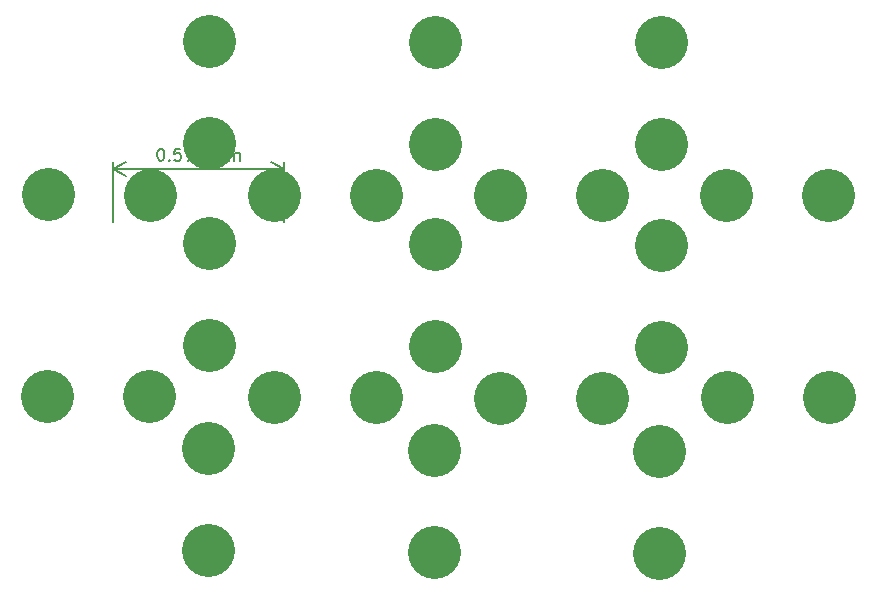
<source format=gbr>
%TF.GenerationSoftware,KiCad,Pcbnew,9.0.2*%
%TF.CreationDate,2025-05-19T21:39:43+01:00*%
%TF.ProjectId,grove_adaptor_panel,67726f76-655f-4616-9461-70746f725f70,rev?*%
%TF.SameCoordinates,Original*%
%TF.FileFunction,Other,ECO1*%
%FSLAX46Y46*%
G04 Gerber Fmt 4.6, Leading zero omitted, Abs format (unit mm)*
G04 Created by KiCad (PCBNEW 9.0.2) date 2025-05-19 21:39:43*
%MOMM*%
%LPD*%
G01*
G04 APERTURE LIST*
%ADD10C,0.150000*%
%ADD11C,4.508000*%
G04 APERTURE END LIST*
D10*
X107400095Y-96763319D02*
X107495333Y-96763319D01*
X107495333Y-96763319D02*
X107590571Y-96810938D01*
X107590571Y-96810938D02*
X107638190Y-96858557D01*
X107638190Y-96858557D02*
X107685809Y-96953795D01*
X107685809Y-96953795D02*
X107733428Y-97144271D01*
X107733428Y-97144271D02*
X107733428Y-97382366D01*
X107733428Y-97382366D02*
X107685809Y-97572842D01*
X107685809Y-97572842D02*
X107638190Y-97668080D01*
X107638190Y-97668080D02*
X107590571Y-97715700D01*
X107590571Y-97715700D02*
X107495333Y-97763319D01*
X107495333Y-97763319D02*
X107400095Y-97763319D01*
X107400095Y-97763319D02*
X107304857Y-97715700D01*
X107304857Y-97715700D02*
X107257238Y-97668080D01*
X107257238Y-97668080D02*
X107209619Y-97572842D01*
X107209619Y-97572842D02*
X107162000Y-97382366D01*
X107162000Y-97382366D02*
X107162000Y-97144271D01*
X107162000Y-97144271D02*
X107209619Y-96953795D01*
X107209619Y-96953795D02*
X107257238Y-96858557D01*
X107257238Y-96858557D02*
X107304857Y-96810938D01*
X107304857Y-96810938D02*
X107400095Y-96763319D01*
X108162000Y-97668080D02*
X108209619Y-97715700D01*
X108209619Y-97715700D02*
X108162000Y-97763319D01*
X108162000Y-97763319D02*
X108114381Y-97715700D01*
X108114381Y-97715700D02*
X108162000Y-97668080D01*
X108162000Y-97668080D02*
X108162000Y-97763319D01*
X109114380Y-96763319D02*
X108638190Y-96763319D01*
X108638190Y-96763319D02*
X108590571Y-97239509D01*
X108590571Y-97239509D02*
X108638190Y-97191890D01*
X108638190Y-97191890D02*
X108733428Y-97144271D01*
X108733428Y-97144271D02*
X108971523Y-97144271D01*
X108971523Y-97144271D02*
X109066761Y-97191890D01*
X109066761Y-97191890D02*
X109114380Y-97239509D01*
X109114380Y-97239509D02*
X109161999Y-97334747D01*
X109161999Y-97334747D02*
X109161999Y-97572842D01*
X109161999Y-97572842D02*
X109114380Y-97668080D01*
X109114380Y-97668080D02*
X109066761Y-97715700D01*
X109066761Y-97715700D02*
X108971523Y-97763319D01*
X108971523Y-97763319D02*
X108733428Y-97763319D01*
X108733428Y-97763319D02*
X108638190Y-97715700D01*
X108638190Y-97715700D02*
X108590571Y-97668080D01*
X109495333Y-96763319D02*
X110161999Y-96763319D01*
X110161999Y-96763319D02*
X109733428Y-97763319D01*
X110733428Y-96763319D02*
X110828666Y-96763319D01*
X110828666Y-96763319D02*
X110923904Y-96810938D01*
X110923904Y-96810938D02*
X110971523Y-96858557D01*
X110971523Y-96858557D02*
X111019142Y-96953795D01*
X111019142Y-96953795D02*
X111066761Y-97144271D01*
X111066761Y-97144271D02*
X111066761Y-97382366D01*
X111066761Y-97382366D02*
X111019142Y-97572842D01*
X111019142Y-97572842D02*
X110971523Y-97668080D01*
X110971523Y-97668080D02*
X110923904Y-97715700D01*
X110923904Y-97715700D02*
X110828666Y-97763319D01*
X110828666Y-97763319D02*
X110733428Y-97763319D01*
X110733428Y-97763319D02*
X110638190Y-97715700D01*
X110638190Y-97715700D02*
X110590571Y-97668080D01*
X110590571Y-97668080D02*
X110542952Y-97572842D01*
X110542952Y-97572842D02*
X110495333Y-97382366D01*
X110495333Y-97382366D02*
X110495333Y-97144271D01*
X110495333Y-97144271D02*
X110542952Y-96953795D01*
X110542952Y-96953795D02*
X110590571Y-96858557D01*
X110590571Y-96858557D02*
X110638190Y-96810938D01*
X110638190Y-96810938D02*
X110733428Y-96763319D01*
X111542952Y-97763319D02*
X111733428Y-97763319D01*
X111733428Y-97763319D02*
X111828666Y-97715700D01*
X111828666Y-97715700D02*
X111876285Y-97668080D01*
X111876285Y-97668080D02*
X111971523Y-97525223D01*
X111971523Y-97525223D02*
X112019142Y-97334747D01*
X112019142Y-97334747D02*
X112019142Y-96953795D01*
X112019142Y-96953795D02*
X111971523Y-96858557D01*
X111971523Y-96858557D02*
X111923904Y-96810938D01*
X111923904Y-96810938D02*
X111828666Y-96763319D01*
X111828666Y-96763319D02*
X111638190Y-96763319D01*
X111638190Y-96763319D02*
X111542952Y-96810938D01*
X111542952Y-96810938D02*
X111495333Y-96858557D01*
X111495333Y-96858557D02*
X111447714Y-96953795D01*
X111447714Y-96953795D02*
X111447714Y-97191890D01*
X111447714Y-97191890D02*
X111495333Y-97287128D01*
X111495333Y-97287128D02*
X111542952Y-97334747D01*
X111542952Y-97334747D02*
X111638190Y-97382366D01*
X111638190Y-97382366D02*
X111828666Y-97382366D01*
X111828666Y-97382366D02*
X111923904Y-97334747D01*
X111923904Y-97334747D02*
X111971523Y-97287128D01*
X111971523Y-97287128D02*
X112019142Y-97191890D01*
X113209619Y-97763319D02*
X113209619Y-97096652D01*
X113209619Y-96763319D02*
X113162000Y-96810938D01*
X113162000Y-96810938D02*
X113209619Y-96858557D01*
X113209619Y-96858557D02*
X113257238Y-96810938D01*
X113257238Y-96810938D02*
X113209619Y-96763319D01*
X113209619Y-96763319D02*
X113209619Y-96858557D01*
X113685809Y-97096652D02*
X113685809Y-97763319D01*
X113685809Y-97191890D02*
X113733428Y-97144271D01*
X113733428Y-97144271D02*
X113828666Y-97096652D01*
X113828666Y-97096652D02*
X113971523Y-97096652D01*
X113971523Y-97096652D02*
X114066761Y-97144271D01*
X114066761Y-97144271D02*
X114114380Y-97239509D01*
X114114380Y-97239509D02*
X114114380Y-97763319D01*
X117912000Y-102958500D02*
X117912000Y-97872080D01*
X103412000Y-102958500D02*
X103412000Y-97872080D01*
X117912000Y-98458500D02*
X103412000Y-98458500D01*
X117912000Y-98458500D02*
X116785496Y-99044921D01*
X117912000Y-98458500D02*
X116785496Y-97872079D01*
X103412000Y-98458500D02*
X104538504Y-97872079D01*
X103412000Y-98458500D02*
X104538504Y-99044921D01*
D11*
%TO.C,mouse-bite-5mm-slot*%
X155321000Y-100711000D02*
X155321000Y-100711000D01*
X163957000Y-100711000D02*
X163957000Y-100711000D01*
X149796500Y-104898500D02*
X149796500Y-104898500D01*
X149796500Y-113534500D02*
X149796500Y-113534500D01*
X136147500Y-117852500D02*
X136147500Y-117852500D01*
X144783500Y-117852500D02*
X144783500Y-117852500D01*
X149796500Y-87753500D02*
X149796500Y-87753500D01*
X149796500Y-96389500D02*
X149796500Y-96389500D01*
X136147500Y-100707500D02*
X136147500Y-100707500D01*
X144783500Y-100707500D02*
X144783500Y-100707500D01*
X130683000Y-104835000D02*
X130683000Y-104835000D01*
X130683000Y-113471000D02*
X130683000Y-113471000D01*
X117034000Y-117789000D02*
X117034000Y-117789000D01*
X125670000Y-117789000D02*
X125670000Y-117789000D01*
X111506000Y-113407500D02*
X111506000Y-113407500D01*
X111566000Y-104771500D02*
X111566000Y-104771500D01*
X155388000Y-117792500D02*
X155388000Y-117792500D01*
X164024000Y-117792500D02*
X164024000Y-117792500D01*
X149669500Y-122368000D02*
X149669500Y-122368000D01*
X149669500Y-131004000D02*
X149669500Y-131004000D01*
X97857000Y-117729000D02*
X97857000Y-117729000D01*
X106493000Y-117729000D02*
X106493000Y-117729000D01*
X111442500Y-122110500D02*
X111442500Y-122110500D01*
X111442500Y-130746500D02*
X111442500Y-130746500D01*
X130556000Y-122241000D02*
X130556000Y-122241000D01*
X130556000Y-130877000D02*
X130556000Y-130877000D01*
X117034000Y-100647500D02*
X117034000Y-100647500D01*
X125670000Y-100647500D02*
X125670000Y-100647500D01*
X106553000Y-100644000D02*
X106553000Y-100644000D01*
X97917000Y-100584000D02*
X97917000Y-100584000D01*
X111506000Y-96266000D02*
X111506000Y-96266000D01*
X111566000Y-87630000D02*
X111566000Y-87630000D01*
X130683000Y-87693500D02*
X130683000Y-87693500D01*
X130683000Y-96329500D02*
X130683000Y-96329500D01*
%TD*%
M02*

</source>
